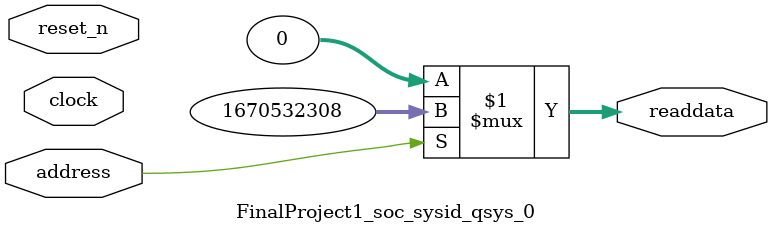
<source format=v>



// synthesis translate_off
`timescale 1ns / 1ps
// synthesis translate_on

// turn off superfluous verilog processor warnings 
// altera message_level Level1 
// altera message_off 10034 10035 10036 10037 10230 10240 10030 

module FinalProject1_soc_sysid_qsys_0 (
               // inputs:
                address,
                clock,
                reset_n,

               // outputs:
                readdata
             )
;

  output  [ 31: 0] readdata;
  input            address;
  input            clock;
  input            reset_n;

  wire    [ 31: 0] readdata;
  //control_slave, which is an e_avalon_slave
  assign readdata = address ? 1670532308 : 0;

endmodule



</source>
